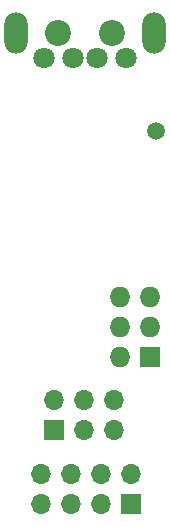
<source format=gbr>
%TF.GenerationSoftware,KiCad,Pcbnew,(5.1.9)-1*%
%TF.CreationDate,2021-02-13T16:54:45-05:00*%
%TF.ProjectId,mega_nrf24_usb,6d656761-5f6e-4726-9632-345f7573622e,rev?*%
%TF.SameCoordinates,Original*%
%TF.FileFunction,Soldermask,Bot*%
%TF.FilePolarity,Negative*%
%FSLAX46Y46*%
G04 Gerber Fmt 4.6, Leading zero omitted, Abs format (unit mm)*
G04 Created by KiCad (PCBNEW (5.1.9)-1) date 2021-02-13 16:54:45*
%MOMM*%
%LPD*%
G01*
G04 APERTURE LIST*
%ADD10C,1.800000*%
%ADD11C,2.200000*%
%ADD12O,2.000000X3.500000*%
%ADD13C,1.500000*%
%ADD14O,1.727200X1.727200*%
%ADD15R,1.727200X1.727200*%
%ADD16O,1.700000X1.700000*%
%ADD17R,1.700000X1.700000*%
G04 APERTURE END LIST*
D10*
%TO.C,J2*%
X144878800Y-98670800D03*
X147378800Y-98670800D03*
X149378800Y-98670800D03*
X151878800Y-98670800D03*
D11*
X146078800Y-96570800D03*
X150678800Y-96570800D03*
D12*
X142528800Y-96570800D03*
X154228800Y-96570800D03*
%TD*%
D13*
%TO.C,TP1*%
X154381200Y-104851200D03*
%TD*%
D14*
%TO.C,J3*%
X151358600Y-118872000D03*
X153898600Y-118872000D03*
X151358600Y-121412000D03*
X153898600Y-121412000D03*
X151358600Y-123952000D03*
D15*
X153898600Y-123952000D03*
%TD*%
D16*
%TO.C,ICSP1*%
X150825200Y-127635000D03*
X150825200Y-130175000D03*
X148285200Y-127635000D03*
X148285200Y-130175000D03*
X145745200Y-127635000D03*
D17*
X145745200Y-130175000D03*
%TD*%
D16*
%TO.C,J1*%
X144678400Y-133934200D03*
X144678400Y-136474200D03*
X147218400Y-133934200D03*
X147218400Y-136474200D03*
X149758400Y-133934200D03*
X149758400Y-136474200D03*
X152298400Y-133934200D03*
D17*
X152298400Y-136474200D03*
%TD*%
M02*

</source>
